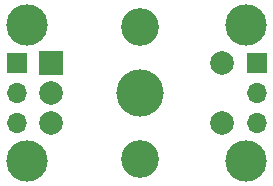
<source format=gts>
%TF.GenerationSoftware,KiCad,Pcbnew,7.0.7*%
%TF.CreationDate,2023-09-18T16:45:26-04:00*%
%TF.ProjectId,Encoder Mount,456e636f-6465-4722-904d-6f756e742e6b,rev?*%
%TF.SameCoordinates,Original*%
%TF.FileFunction,Soldermask,Top*%
%TF.FilePolarity,Negative*%
%FSLAX46Y46*%
G04 Gerber Fmt 4.6, Leading zero omitted, Abs format (unit mm)*
G04 Created by KiCad (PCBNEW 7.0.7) date 2023-09-18 16:45:26*
%MOMM*%
%LPD*%
G01*
G04 APERTURE LIST*
%ADD10C,2.600000*%
%ADD11C,3.500000*%
%ADD12C,4.000000*%
%ADD13R,2.000000X2.000000*%
%ADD14C,2.000000*%
%ADD15C,3.200000*%
%ADD16R,1.700000X1.700000*%
%ADD17O,1.700000X1.700000*%
G04 APERTURE END LIST*
D10*
X90500000Y-94250000D03*
D11*
X90500000Y-94250000D03*
D10*
X109000000Y-94250000D03*
D11*
X109000000Y-94250000D03*
D12*
X100000000Y-99999999D03*
D13*
X92500000Y-97499999D03*
D14*
X92500000Y-102499999D03*
X92500000Y-99999999D03*
D15*
X100000000Y-94399999D03*
X100000000Y-105599999D03*
D14*
X107000000Y-102499999D03*
X107000000Y-97499999D03*
D10*
X109000000Y-105750000D03*
D11*
X109000000Y-105750000D03*
D16*
X109910000Y-97474999D03*
D17*
X109910000Y-100014999D03*
X109910000Y-102554999D03*
D16*
X89590000Y-97474999D03*
D17*
X89590000Y-100014999D03*
X89590000Y-102554999D03*
D10*
X90500000Y-105750000D03*
D11*
X90500000Y-105750000D03*
M02*

</source>
